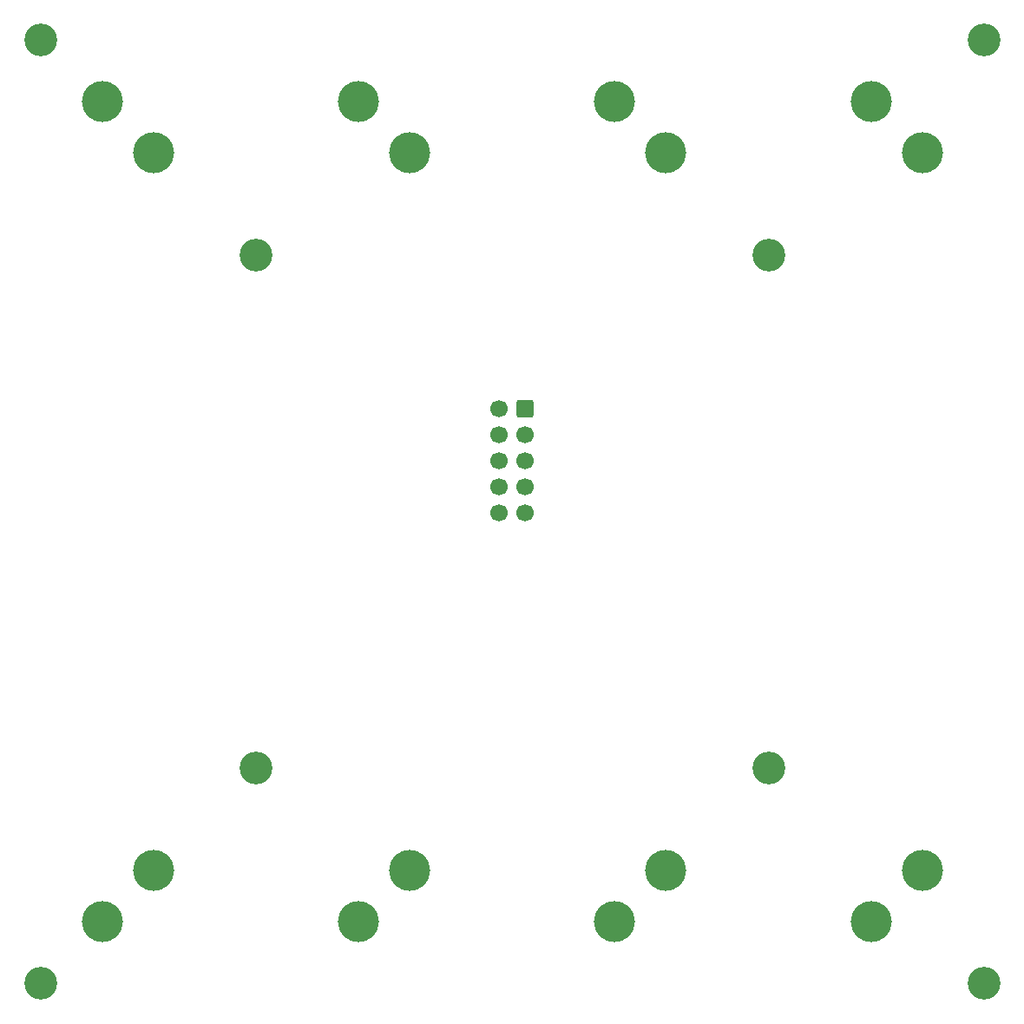
<source format=gts>
G04 #@! TF.GenerationSoftware,KiCad,Pcbnew,(7.0.0)*
G04 #@! TF.CreationDate,2023-05-18T23:50:50+02:00*
G04 #@! TF.ProjectId,Fad_2,4661645f-322e-46b6-9963-61645f706362,rev?*
G04 #@! TF.SameCoordinates,Original*
G04 #@! TF.FileFunction,Soldermask,Top*
G04 #@! TF.FilePolarity,Negative*
%FSLAX46Y46*%
G04 Gerber Fmt 4.6, Leading zero omitted, Abs format (unit mm)*
G04 Created by KiCad (PCBNEW (7.0.0)) date 2023-05-18 23:50:50*
%MOMM*%
%LPD*%
G01*
G04 APERTURE LIST*
G04 Aperture macros list*
%AMRoundRect*
0 Rectangle with rounded corners*
0 $1 Rounding radius*
0 $2 $3 $4 $5 $6 $7 $8 $9 X,Y pos of 4 corners*
0 Add a 4 corners polygon primitive as box body*
4,1,4,$2,$3,$4,$5,$6,$7,$8,$9,$2,$3,0*
0 Add four circle primitives for the rounded corners*
1,1,$1+$1,$2,$3*
1,1,$1+$1,$4,$5*
1,1,$1+$1,$6,$7*
1,1,$1+$1,$8,$9*
0 Add four rect primitives between the rounded corners*
20,1,$1+$1,$2,$3,$4,$5,0*
20,1,$1+$1,$4,$5,$6,$7,0*
20,1,$1+$1,$6,$7,$8,$9,0*
20,1,$1+$1,$8,$9,$2,$3,0*%
G04 Aperture macros list end*
%ADD10C,4.000000*%
%ADD11C,3.200000*%
%ADD12RoundRect,0.250000X0.600000X0.600000X-0.600000X0.600000X-0.600000X-0.600000X0.600000X-0.600000X0*%
%ADD13C,1.700000*%
G04 APERTURE END LIST*
D10*
X165000000Y-135000000D03*
X160000000Y-60000000D03*
X160000000Y-140000000D03*
X165000000Y-65000000D03*
X90000000Y-135000000D03*
X85000000Y-60000000D03*
X85000000Y-140000000D03*
X90000000Y-65000000D03*
X140000000Y-135000000D03*
X135000000Y-60000000D03*
X135000000Y-140000000D03*
X140000000Y-65000000D03*
D11*
X100000000Y-75000000D03*
X79000000Y-146000000D03*
X150000000Y-125000000D03*
X100000000Y-125000000D03*
X171000000Y-54000000D03*
X79000000Y-54000000D03*
X150000000Y-75000000D03*
X171000000Y-146000000D03*
D10*
X115000000Y-135000000D03*
X110000000Y-60000000D03*
X110000000Y-140000000D03*
X115000000Y-65000000D03*
D12*
X126252500Y-89920000D03*
D13*
X123712500Y-89920000D03*
X126252500Y-92460000D03*
X123712500Y-92460000D03*
X126252500Y-95000000D03*
X123712500Y-95000000D03*
X126252500Y-97540000D03*
X123712500Y-97540000D03*
X126252500Y-100080000D03*
X123712500Y-100080000D03*
M02*

</source>
